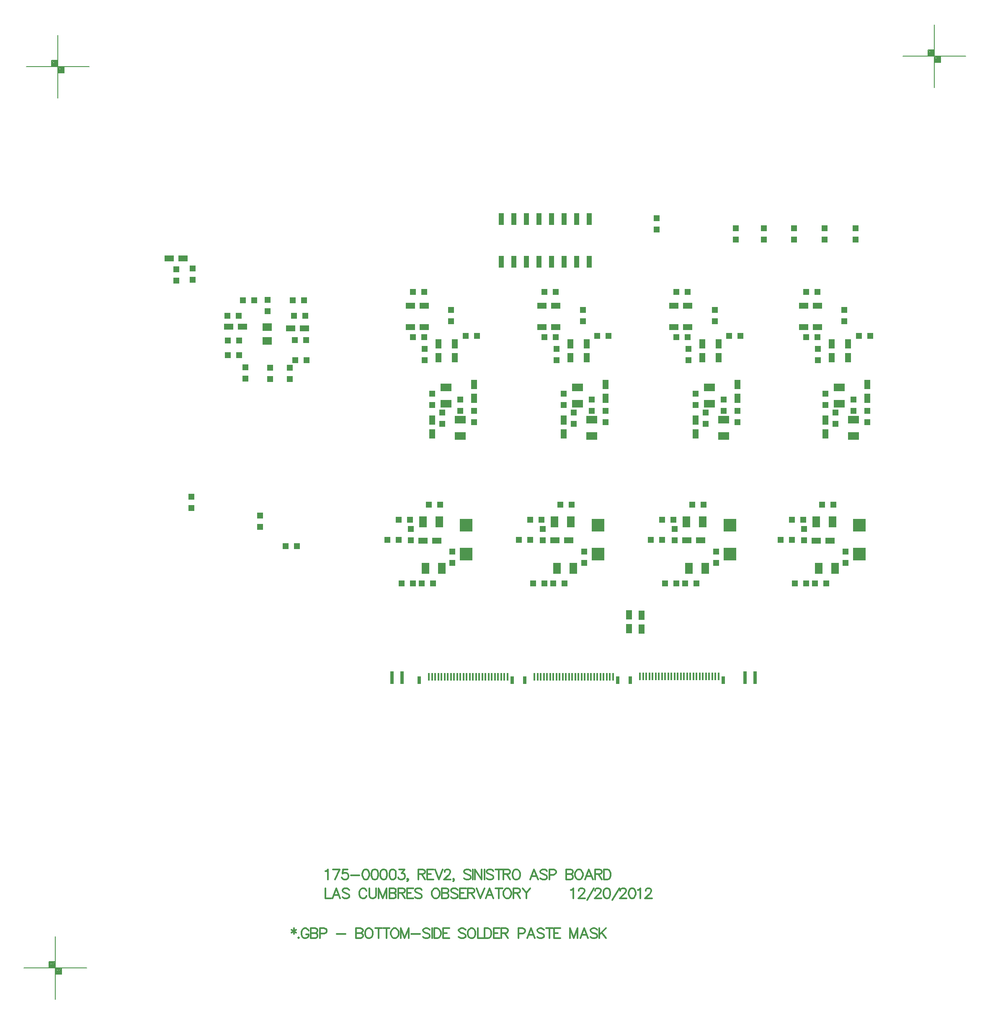
<source format=gbp>
%FSLAX23Y23*%
%MOIN*%
G70*
G01*
G75*
G04 Layer_Color=128*
%ADD10O,0.012X0.083*%
%ADD11O,0.083X0.012*%
%ADD12O,0.010X0.061*%
%ADD13O,0.061X0.010*%
%ADD14R,0.014X0.049*%
%ADD15R,0.024X0.087*%
%ADD16O,0.028X0.098*%
%ADD17R,0.036X0.028*%
%ADD18R,0.036X0.036*%
%ADD19R,0.050X0.050*%
%ADD20R,0.045X0.017*%
%ADD21R,0.031X0.060*%
%ADD22R,0.014X0.060*%
%ADD23R,0.030X0.100*%
%ADD24R,0.228X0.228*%
%ADD25O,0.008X0.033*%
%ADD26O,0.033X0.008*%
%ADD27O,0.098X0.028*%
%ADD28R,0.074X0.062*%
%ADD29R,0.016X0.061*%
%ADD30R,0.134X0.075*%
%ADD31R,0.048X0.078*%
%ADD32R,0.050X0.050*%
%ADD33R,0.062X0.074*%
%ADD34R,0.061X0.016*%
%ADD35R,0.100X0.100*%
%ADD36C,0.040*%
%ADD37C,0.010*%
%ADD38C,0.005*%
%ADD39C,0.025*%
%ADD40C,0.012*%
%ADD41R,1.181X0.787*%
%ADD42C,0.008*%
%ADD43C,0.012*%
%ADD44C,0.012*%
%ADD45C,0.060*%
%ADD46R,0.060X0.060*%
%ADD47R,0.060X0.060*%
%ADD48P,0.057X4X247.5*%
%ADD49C,0.026*%
%ADD50C,0.080*%
%ADD51C,0.020*%
%ADD52R,0.059X0.059*%
%ADD53C,0.059*%
%ADD54R,0.059X0.059*%
%ADD55C,0.024*%
%ADD56C,0.236*%
%ADD57C,0.050*%
%ADD58C,0.040*%
%ADD59C,0.100*%
%ADD60C,0.045*%
%ADD61C,0.033*%
%ADD62C,0.072*%
%ADD63C,0.030*%
%ADD64C,0.055*%
G04:AMPARAMS|DCode=65|XSize=95.433mil|YSize=95.433mil|CornerRadius=0mil|HoleSize=0mil|Usage=FLASHONLY|Rotation=0.000|XOffset=0mil|YOffset=0mil|HoleType=Round|Shape=Relief|Width=10mil|Gap=10mil|Entries=4|*
%AMTHD65*
7,0,0,0.095,0.075,0.010,45*
%
%ADD65THD65*%
G04:AMPARAMS|DCode=66|XSize=112mil|YSize=112mil|CornerRadius=0mil|HoleSize=0mil|Usage=FLASHONLY|Rotation=0.000|XOffset=0mil|YOffset=0mil|HoleType=Round|Shape=Relief|Width=10mil|Gap=10mil|Entries=4|*
%AMTHD66*
7,0,0,0.112,0.092,0.010,45*
%
%ADD66THD66*%
%ADD67C,0.138*%
G04:AMPARAMS|DCode=68|XSize=70mil|YSize=70mil|CornerRadius=0mil|HoleSize=0mil|Usage=FLASHONLY|Rotation=0.000|XOffset=0mil|YOffset=0mil|HoleType=Round|Shape=Relief|Width=10mil|Gap=10mil|Entries=4|*
%AMTHD68*
7,0,0,0.070,0.050,0.010,45*
%
%ADD68THD68*%
%ADD69C,0.030*%
G04:AMPARAMS|DCode=70|XSize=85mil|YSize=85mil|CornerRadius=0mil|HoleSize=0mil|Usage=FLASHONLY|Rotation=0.000|XOffset=0mil|YOffset=0mil|HoleType=Round|Shape=Relief|Width=10mil|Gap=10mil|Entries=4|*
%AMTHD70*
7,0,0,0.085,0.065,0.010,45*
%
%ADD70THD70*%
%ADD71R,0.044X0.096*%
%ADD72R,0.060X0.086*%
%ADD73R,0.075X0.063*%
%ADD74R,0.078X0.048*%
%ADD75R,0.086X0.060*%
%ADD76C,0.007*%
%ADD77R,1.181X0.787*%
%ADD78C,0.010*%
%ADD79C,0.024*%
%ADD80C,0.008*%
%ADD81C,0.004*%
%ADD82C,0.010*%
%ADD83C,0.006*%
%ADD84R,0.230X0.152*%
%ADD85R,0.074X0.062*%
%ADD86R,0.062X0.074*%
%ADD87R,1.181X0.787*%
%ADD88O,0.016X0.087*%
%ADD89O,0.087X0.016*%
%ADD90O,0.014X0.065*%
%ADD91O,0.065X0.014*%
%ADD92R,0.018X0.053*%
%ADD93R,0.028X0.091*%
%ADD94O,0.032X0.102*%
%ADD95R,0.040X0.032*%
%ADD96R,0.040X0.040*%
%ADD97R,0.054X0.054*%
%ADD98R,0.049X0.021*%
%ADD99R,0.232X0.232*%
%ADD100O,0.012X0.037*%
%ADD101O,0.037X0.012*%
%ADD102O,0.102X0.032*%
%ADD103R,0.078X0.066*%
%ADD104R,0.020X0.065*%
%ADD105R,0.138X0.079*%
%ADD106R,0.052X0.082*%
%ADD107R,0.054X0.054*%
%ADD108R,0.066X0.078*%
%ADD109R,0.065X0.020*%
%ADD110R,0.104X0.104*%
%ADD111C,0.120*%
%ADD112C,0.064*%
%ADD113R,0.064X0.064*%
%ADD114R,0.064X0.064*%
%ADD115P,0.062X4X247.5*%
%ADD116C,0.044*%
%ADD117C,0.030*%
%ADD118C,0.084*%
%ADD119R,0.063X0.063*%
%ADD120C,0.063*%
%ADD121R,0.063X0.063*%
%ADD122C,0.028*%
%ADD123C,0.240*%
%ADD124C,0.054*%
%ADD125R,1.505X0.288*%
%ADD126R,0.048X0.100*%
%ADD127R,0.064X0.090*%
%ADD128R,0.079X0.067*%
%ADD129R,0.082X0.052*%
%ADD130R,0.090X0.064*%
D19*
X15457Y14338D02*
D03*
Y14248D02*
D03*
X10954Y13227D02*
D03*
Y13137D02*
D03*
X10600Y13229D02*
D03*
Y13139D02*
D03*
X10797Y13228D02*
D03*
Y13138D02*
D03*
X10777Y13678D02*
D03*
Y13768D02*
D03*
X10171Y12109D02*
D03*
Y12199D02*
D03*
X10049Y14011D02*
D03*
Y13921D02*
D03*
X15439Y12884D02*
D03*
Y12974D02*
D03*
X12310Y12884D02*
D03*
Y12974D02*
D03*
X15549Y12884D02*
D03*
Y12794D02*
D03*
X12420Y12884D02*
D03*
Y12794D02*
D03*
X15367Y13687D02*
D03*
Y13597D02*
D03*
X12238Y13687D02*
D03*
Y13597D02*
D03*
X15157Y13287D02*
D03*
Y13377D02*
D03*
X12028Y13287D02*
D03*
Y13377D02*
D03*
X15215Y12929D02*
D03*
Y13019D02*
D03*
X12086Y12929D02*
D03*
Y13019D02*
D03*
X15295Y12869D02*
D03*
Y12779D02*
D03*
X12166Y12869D02*
D03*
Y12779D02*
D03*
X15047Y11855D02*
D03*
Y11945D02*
D03*
X15377Y11765D02*
D03*
Y11675D02*
D03*
X11918Y11855D02*
D03*
Y11945D02*
D03*
X12248Y11765D02*
D03*
Y11675D02*
D03*
X14408Y12974D02*
D03*
Y12884D02*
D03*
X13357Y12974D02*
D03*
Y12884D02*
D03*
X14518Y12794D02*
D03*
Y12884D02*
D03*
X13467Y12794D02*
D03*
Y12884D02*
D03*
X14336Y13597D02*
D03*
Y13687D02*
D03*
X13285Y13597D02*
D03*
Y13687D02*
D03*
X14126Y13377D02*
D03*
Y13287D02*
D03*
X13075Y13377D02*
D03*
Y13287D02*
D03*
X14184Y13019D02*
D03*
Y12929D02*
D03*
X13133Y13019D02*
D03*
Y12929D02*
D03*
X14264Y12779D02*
D03*
Y12869D02*
D03*
X13213Y12779D02*
D03*
Y12869D02*
D03*
X14016Y11945D02*
D03*
Y11855D02*
D03*
X12965Y11945D02*
D03*
Y11855D02*
D03*
X14346Y11675D02*
D03*
Y11765D02*
D03*
X13295Y11675D02*
D03*
Y11765D02*
D03*
X10716Y11961D02*
D03*
Y12051D02*
D03*
X10179Y13926D02*
D03*
Y14016D02*
D03*
X13872Y14416D02*
D03*
Y14326D02*
D03*
X14502Y14338D02*
D03*
Y14248D02*
D03*
X14965Y14338D02*
D03*
Y14248D02*
D03*
X14728Y14338D02*
D03*
Y14248D02*
D03*
X15211Y14338D02*
D03*
Y14248D02*
D03*
D21*
X13662Y10741D02*
D03*
X14402D02*
D03*
X13562D02*
D03*
X12822D02*
D03*
X12722D02*
D03*
X11982D02*
D03*
D22*
X12085Y10768D02*
D03*
X12110D02*
D03*
X12135D02*
D03*
X12160D02*
D03*
X12185D02*
D03*
X12210D02*
D03*
X12235D02*
D03*
X12260D02*
D03*
X12285D02*
D03*
X12310D02*
D03*
X12335D02*
D03*
X12360D02*
D03*
X12385D02*
D03*
X12410D02*
D03*
X12435D02*
D03*
X12460D02*
D03*
X12485D02*
D03*
X12510D02*
D03*
X12535D02*
D03*
X12560D02*
D03*
X12585D02*
D03*
X12610D02*
D03*
X12635D02*
D03*
X12660D02*
D03*
X12900D02*
D03*
X12925D02*
D03*
X12950D02*
D03*
X12975D02*
D03*
X13000D02*
D03*
X13025D02*
D03*
X13050D02*
D03*
X13075D02*
D03*
X13100D02*
D03*
X13125D02*
D03*
X13150D02*
D03*
X13175D02*
D03*
X13200D02*
D03*
X13225D02*
D03*
X13250D02*
D03*
X13275D02*
D03*
X13300D02*
D03*
X13325D02*
D03*
X13350D02*
D03*
X13375D02*
D03*
X13400D02*
D03*
X13425D02*
D03*
X13450D02*
D03*
X13475D02*
D03*
X13500D02*
D03*
X13525D02*
D03*
X13740Y10769D02*
D03*
X13765D02*
D03*
X13790D02*
D03*
X13815D02*
D03*
X13840D02*
D03*
X13865D02*
D03*
X13890D02*
D03*
X13915D02*
D03*
X13940D02*
D03*
X13965D02*
D03*
X13990D02*
D03*
X14015D02*
D03*
X14040D02*
D03*
X14065D02*
D03*
X14090D02*
D03*
X14115D02*
D03*
X14140D02*
D03*
X14165D02*
D03*
X14190D02*
D03*
X14215D02*
D03*
X14240D02*
D03*
X14265D02*
D03*
X14290D02*
D03*
X14315D02*
D03*
X14340D02*
D03*
X14365D02*
D03*
X12060Y10768D02*
D03*
X12685D02*
D03*
D23*
X11768Y10759D02*
D03*
X11847D02*
D03*
X14578Y10760D02*
D03*
X14657D02*
D03*
D31*
X13654Y11259D02*
D03*
Y11149D02*
D03*
X13752Y11148D02*
D03*
Y11258D02*
D03*
X15267Y13307D02*
D03*
Y13417D02*
D03*
X12138Y13307D02*
D03*
Y13417D02*
D03*
X15549Y12984D02*
D03*
Y13094D02*
D03*
X12420Y12984D02*
D03*
Y13094D02*
D03*
X15397Y13307D02*
D03*
Y13417D02*
D03*
X12268Y13307D02*
D03*
Y13417D02*
D03*
X15215Y12699D02*
D03*
Y12809D02*
D03*
X12086Y12699D02*
D03*
Y12809D02*
D03*
X14236Y13417D02*
D03*
Y13307D02*
D03*
X13185Y13417D02*
D03*
Y13307D02*
D03*
X14518Y13094D02*
D03*
Y12984D02*
D03*
X13467Y13094D02*
D03*
Y12984D02*
D03*
X14366Y13417D02*
D03*
Y13307D02*
D03*
X13315Y13417D02*
D03*
Y13307D02*
D03*
X14184Y12809D02*
D03*
Y12699D02*
D03*
X13133Y12809D02*
D03*
Y12699D02*
D03*
D32*
X11065Y13764D02*
D03*
X10975D02*
D03*
X10995Y13288D02*
D03*
X11085D02*
D03*
X10993Y13446D02*
D03*
X11083D02*
D03*
X10549Y13445D02*
D03*
X10459D02*
D03*
X10671Y13765D02*
D03*
X10581D02*
D03*
X10549Y13328D02*
D03*
X10459D02*
D03*
X10548Y13641D02*
D03*
X10458D02*
D03*
X10987Y13642D02*
D03*
X11077D02*
D03*
X15062Y13832D02*
D03*
X15152D02*
D03*
X11933D02*
D03*
X12023D02*
D03*
X15062Y13472D02*
D03*
X15152D02*
D03*
X11933D02*
D03*
X12023D02*
D03*
X15572Y13482D02*
D03*
X15482D02*
D03*
X12443D02*
D03*
X12353D02*
D03*
X14949Y11858D02*
D03*
X14859D02*
D03*
X14949Y12018D02*
D03*
X15039D02*
D03*
X14972Y11510D02*
D03*
X15062D02*
D03*
X15222D02*
D03*
X15132D02*
D03*
X15189Y12138D02*
D03*
X15279D02*
D03*
X12060D02*
D03*
X12150D02*
D03*
X11843Y11510D02*
D03*
X11933D02*
D03*
X12093D02*
D03*
X12003D02*
D03*
X11820Y11858D02*
D03*
X11730D02*
D03*
X11820Y12018D02*
D03*
X11910D02*
D03*
X14121Y13832D02*
D03*
X14031D02*
D03*
X13070D02*
D03*
X12980D02*
D03*
X14121Y13472D02*
D03*
X14031D02*
D03*
X13070D02*
D03*
X12980D02*
D03*
X14451Y13482D02*
D03*
X14541D02*
D03*
X13400D02*
D03*
X13490D02*
D03*
X13828Y11858D02*
D03*
X13918D02*
D03*
X12777D02*
D03*
X12867D02*
D03*
X14008Y12018D02*
D03*
X13918D02*
D03*
X12957D02*
D03*
X12867D02*
D03*
X14031Y11510D02*
D03*
X13941D02*
D03*
X12980D02*
D03*
X12890D02*
D03*
X14101D02*
D03*
X14191D02*
D03*
X13050D02*
D03*
X13140D02*
D03*
X14248Y12138D02*
D03*
X14158D02*
D03*
X13197D02*
D03*
X13107D02*
D03*
X11011Y11806D02*
D03*
X10921D02*
D03*
D35*
X13405Y11975D02*
D03*
Y11745D02*
D03*
X15487D02*
D03*
Y11975D02*
D03*
X12358Y11745D02*
D03*
Y11975D02*
D03*
X14456D02*
D03*
Y11745D02*
D03*
D42*
X8838Y8452D02*
X9338D01*
X9088Y8202D02*
Y8702D01*
X9038Y8452D02*
Y8502D01*
X9088D01*
X9138Y8402D02*
Y8452D01*
X9088Y8402D02*
X9138D01*
X9093Y8447D02*
X9133D01*
Y8407D02*
Y8447D01*
X9093Y8407D02*
X9133D01*
X9093D02*
Y8447D01*
X9098Y8442D02*
X9128D01*
Y8412D02*
Y8442D01*
X9098Y8412D02*
X9128D01*
X9098D02*
Y8437D01*
X9103D02*
X9123D01*
Y8417D02*
Y8437D01*
X9103Y8417D02*
X9123D01*
X9103D02*
Y8432D01*
X9108D02*
X9118D01*
Y8422D02*
Y8432D01*
X9108Y8422D02*
X9118D01*
X9108D02*
Y8432D01*
Y8427D02*
X9118D01*
X9043Y8497D02*
X9083D01*
Y8457D02*
Y8497D01*
X9043Y8457D02*
X9083D01*
X9043D02*
Y8497D01*
X9048Y8492D02*
X9078D01*
Y8462D02*
Y8492D01*
X9048Y8462D02*
X9078D01*
X9048D02*
Y8487D01*
X9053D02*
X9073D01*
Y8467D02*
Y8487D01*
X9053Y8467D02*
X9073D01*
X9053D02*
Y8482D01*
X9058D02*
X9068D01*
Y8472D02*
Y8482D01*
X9058Y8472D02*
X9068D01*
X9058D02*
Y8482D01*
Y8477D02*
X9068D01*
X8855Y15624D02*
X9355D01*
X9105Y15374D02*
Y15874D01*
X9055Y15624D02*
Y15674D01*
X9105D01*
X9155Y15574D02*
Y15624D01*
X9105Y15574D02*
X9155D01*
X9110Y15619D02*
X9150D01*
Y15579D02*
Y15619D01*
X9110Y15579D02*
X9150D01*
X9110D02*
Y15619D01*
X9115Y15614D02*
X9145D01*
Y15584D02*
Y15614D01*
X9115Y15584D02*
X9145D01*
X9115D02*
Y15609D01*
X9120D02*
X9140D01*
Y15589D02*
Y15609D01*
X9120Y15589D02*
X9140D01*
X9120D02*
Y15604D01*
X9125D02*
X9135D01*
Y15594D02*
Y15604D01*
X9125Y15594D02*
X9135D01*
X9125D02*
Y15604D01*
Y15599D02*
X9135D01*
X9060Y15669D02*
X9100D01*
Y15629D02*
Y15669D01*
X9060Y15629D02*
X9100D01*
X9060D02*
Y15669D01*
X9065Y15664D02*
X9095D01*
Y15634D02*
Y15664D01*
X9065Y15634D02*
X9095D01*
X9065D02*
Y15659D01*
X9070D02*
X9090D01*
Y15639D02*
Y15659D01*
X9070Y15639D02*
X9090D01*
X9070D02*
Y15654D01*
X9075D02*
X9085D01*
Y15644D02*
Y15654D01*
X9075Y15644D02*
X9085D01*
X9075D02*
Y15654D01*
Y15649D02*
X9085D01*
X15834Y15707D02*
X16334D01*
X16084Y15457D02*
Y15957D01*
X16034Y15707D02*
Y15757D01*
X16084D01*
X16134Y15657D02*
Y15707D01*
X16084Y15657D02*
X16134D01*
X16089Y15702D02*
X16129D01*
Y15662D02*
Y15702D01*
X16089Y15662D02*
X16129D01*
X16089D02*
Y15702D01*
X16094Y15697D02*
X16124D01*
Y15667D02*
Y15697D01*
X16094Y15667D02*
X16124D01*
X16094D02*
Y15692D01*
X16099D02*
X16119D01*
Y15672D02*
Y15692D01*
X16099Y15672D02*
X16119D01*
X16099D02*
Y15687D01*
X16104D02*
X16114D01*
Y15677D02*
Y15687D01*
X16104Y15677D02*
X16114D01*
X16104D02*
Y15687D01*
Y15682D02*
X16114D01*
X16039Y15752D02*
X16079D01*
Y15712D02*
Y15752D01*
X16039Y15712D02*
X16079D01*
X16039D02*
Y15752D01*
X16044Y15747D02*
X16074D01*
Y15717D02*
Y15747D01*
X16044Y15717D02*
X16074D01*
X16044D02*
Y15742D01*
X16049D02*
X16069D01*
Y15722D02*
Y15742D01*
X16049Y15722D02*
X16069D01*
X16049D02*
Y15737D01*
X16054D02*
X16064D01*
Y15727D02*
Y15737D01*
X16054Y15727D02*
X16064D01*
X16054D02*
Y15737D01*
Y15732D02*
X16064D01*
D43*
X10985Y8766D02*
Y8721D01*
X10966Y8755D02*
X11004Y8732D01*
Y8755D02*
X10966Y8732D01*
X11024Y8694D02*
X11021Y8690D01*
X11024Y8686D01*
X11028Y8690D01*
X11024Y8694D01*
X11103Y8747D02*
X11099Y8755D01*
X11091Y8762D01*
X11084Y8766D01*
X11069D01*
X11061Y8762D01*
X11053Y8755D01*
X11050Y8747D01*
X11046Y8736D01*
Y8717D01*
X11050Y8705D01*
X11053Y8698D01*
X11061Y8690D01*
X11069Y8686D01*
X11084D01*
X11091Y8690D01*
X11099Y8698D01*
X11103Y8705D01*
Y8717D01*
X11084D02*
X11103D01*
X11121Y8766D02*
Y8686D01*
Y8766D02*
X11155D01*
X11167Y8762D01*
X11171Y8759D01*
X11174Y8751D01*
Y8743D01*
X11171Y8736D01*
X11167Y8732D01*
X11155Y8728D01*
X11121D02*
X11155D01*
X11167Y8724D01*
X11171Y8721D01*
X11174Y8713D01*
Y8702D01*
X11171Y8694D01*
X11167Y8690D01*
X11155Y8686D01*
X11121D01*
X11192Y8724D02*
X11227D01*
X11238Y8728D01*
X11242Y8732D01*
X11246Y8740D01*
Y8751D01*
X11242Y8759D01*
X11238Y8762D01*
X11227Y8766D01*
X11192D01*
Y8686D01*
X11326Y8721D02*
X11395D01*
X11481Y8766D02*
Y8686D01*
Y8766D02*
X11516D01*
X11527Y8762D01*
X11531Y8759D01*
X11535Y8751D01*
Y8743D01*
X11531Y8736D01*
X11527Y8732D01*
X11516Y8728D01*
X11481D02*
X11516D01*
X11527Y8724D01*
X11531Y8721D01*
X11535Y8713D01*
Y8702D01*
X11531Y8694D01*
X11527Y8690D01*
X11516Y8686D01*
X11481D01*
X11576Y8766D02*
X11568Y8762D01*
X11560Y8755D01*
X11556Y8747D01*
X11553Y8736D01*
Y8717D01*
X11556Y8705D01*
X11560Y8698D01*
X11568Y8690D01*
X11576Y8686D01*
X11591D01*
X11598Y8690D01*
X11606Y8698D01*
X11610Y8705D01*
X11614Y8717D01*
Y8736D01*
X11610Y8747D01*
X11606Y8755D01*
X11598Y8762D01*
X11591Y8766D01*
X11576D01*
X11659D02*
Y8686D01*
X11632Y8766D02*
X11686D01*
X11722D02*
Y8686D01*
X11695Y8766D02*
X11748D01*
X11781D02*
X11773Y8762D01*
X11766Y8755D01*
X11762Y8747D01*
X11758Y8736D01*
Y8717D01*
X11762Y8705D01*
X11766Y8698D01*
X11773Y8690D01*
X11781Y8686D01*
X11796D01*
X11804Y8690D01*
X11811Y8698D01*
X11815Y8705D01*
X11819Y8717D01*
Y8736D01*
X11815Y8747D01*
X11811Y8755D01*
X11804Y8762D01*
X11796Y8766D01*
X11781D01*
X11838D02*
Y8686D01*
Y8766D02*
X11868Y8686D01*
X11899Y8766D02*
X11868Y8686D01*
X11899Y8766D02*
Y8686D01*
X11921Y8721D02*
X11990D01*
X12067Y8755D02*
X12059Y8762D01*
X12048Y8766D01*
X12033D01*
X12021Y8762D01*
X12014Y8755D01*
Y8747D01*
X12017Y8740D01*
X12021Y8736D01*
X12029Y8732D01*
X12052Y8724D01*
X12059Y8721D01*
X12063Y8717D01*
X12067Y8709D01*
Y8698D01*
X12059Y8690D01*
X12048Y8686D01*
X12033D01*
X12021Y8690D01*
X12014Y8698D01*
X12085Y8766D02*
Y8686D01*
X12102Y8766D02*
Y8686D01*
Y8766D02*
X12128D01*
X12140Y8762D01*
X12147Y8755D01*
X12151Y8747D01*
X12155Y8736D01*
Y8717D01*
X12151Y8705D01*
X12147Y8698D01*
X12140Y8690D01*
X12128Y8686D01*
X12102D01*
X12222Y8766D02*
X12173D01*
Y8686D01*
X12222D01*
X12173Y8728D02*
X12203D01*
X12352Y8755D02*
X12344Y8762D01*
X12333Y8766D01*
X12317D01*
X12306Y8762D01*
X12298Y8755D01*
Y8747D01*
X12302Y8740D01*
X12306Y8736D01*
X12314Y8732D01*
X12337Y8724D01*
X12344Y8721D01*
X12348Y8717D01*
X12352Y8709D01*
Y8698D01*
X12344Y8690D01*
X12333Y8686D01*
X12317D01*
X12306Y8690D01*
X12298Y8698D01*
X12392Y8766D02*
X12385Y8762D01*
X12377Y8755D01*
X12373Y8747D01*
X12370Y8736D01*
Y8717D01*
X12373Y8705D01*
X12377Y8698D01*
X12385Y8690D01*
X12392Y8686D01*
X12408D01*
X12415Y8690D01*
X12423Y8698D01*
X12427Y8705D01*
X12431Y8717D01*
Y8736D01*
X12427Y8747D01*
X12423Y8755D01*
X12415Y8762D01*
X12408Y8766D01*
X12392D01*
X12449D02*
Y8686D01*
X12495D01*
X12504Y8766D02*
Y8686D01*
Y8766D02*
X12530D01*
X12542Y8762D01*
X12549Y8755D01*
X12553Y8747D01*
X12557Y8736D01*
Y8717D01*
X12553Y8705D01*
X12549Y8698D01*
X12542Y8690D01*
X12530Y8686D01*
X12504D01*
X12624Y8766D02*
X12575D01*
Y8686D01*
X12624D01*
X12575Y8728D02*
X12605D01*
X12638Y8766D02*
Y8686D01*
Y8766D02*
X12672D01*
X12683Y8762D01*
X12687Y8759D01*
X12691Y8751D01*
Y8743D01*
X12687Y8736D01*
X12683Y8732D01*
X12672Y8728D01*
X12638D01*
X12664D02*
X12691Y8686D01*
X12772Y8724D02*
X12806D01*
X12818Y8728D01*
X12821Y8732D01*
X12825Y8740D01*
Y8751D01*
X12821Y8759D01*
X12818Y8762D01*
X12806Y8766D01*
X12772D01*
Y8686D01*
X12904D02*
X12874Y8766D01*
X12843Y8686D01*
X12854Y8713D02*
X12893D01*
X12976Y8755D02*
X12968Y8762D01*
X12957Y8766D01*
X12942D01*
X12930Y8762D01*
X12923Y8755D01*
Y8747D01*
X12926Y8740D01*
X12930Y8736D01*
X12938Y8732D01*
X12961Y8724D01*
X12968Y8721D01*
X12972Y8717D01*
X12976Y8709D01*
Y8698D01*
X12968Y8690D01*
X12957Y8686D01*
X12942D01*
X12930Y8690D01*
X12923Y8698D01*
X13021Y8766D02*
Y8686D01*
X12994Y8766D02*
X13047D01*
X13106D02*
X13057D01*
Y8686D01*
X13106D01*
X13057Y8728D02*
X13087D01*
X13182Y8766D02*
Y8686D01*
Y8766D02*
X13213Y8686D01*
X13243Y8766D02*
X13213Y8686D01*
X13243Y8766D02*
Y8686D01*
X13327D02*
X13297Y8766D01*
X13266Y8686D01*
X13278Y8713D02*
X13316D01*
X13399Y8755D02*
X13392Y8762D01*
X13380Y8766D01*
X13365D01*
X13353Y8762D01*
X13346Y8755D01*
Y8747D01*
X13350Y8740D01*
X13353Y8736D01*
X13361Y8732D01*
X13384Y8724D01*
X13392Y8721D01*
X13395Y8717D01*
X13399Y8709D01*
Y8698D01*
X13392Y8690D01*
X13380Y8686D01*
X13365D01*
X13353Y8690D01*
X13346Y8698D01*
X13417Y8766D02*
Y8686D01*
X13470Y8766D02*
X13417Y8713D01*
X13436Y8732D02*
X13470Y8686D01*
X11238Y9219D02*
X11246Y9222D01*
X11257Y9234D01*
Y9154D01*
X11350Y9234D02*
X11312Y9154D01*
X11297Y9234D02*
X11350D01*
X11414D02*
X11376D01*
X11372Y9200D01*
X11376Y9203D01*
X11387Y9207D01*
X11399D01*
X11410Y9203D01*
X11418Y9196D01*
X11421Y9184D01*
Y9177D01*
X11418Y9165D01*
X11410Y9158D01*
X11399Y9154D01*
X11387D01*
X11376Y9158D01*
X11372Y9161D01*
X11368Y9169D01*
X11439Y9188D02*
X11508D01*
X11554Y9234D02*
X11543Y9230D01*
X11535Y9219D01*
X11531Y9200D01*
Y9188D01*
X11535Y9169D01*
X11543Y9158D01*
X11554Y9154D01*
X11562D01*
X11573Y9158D01*
X11581Y9169D01*
X11585Y9188D01*
Y9200D01*
X11581Y9219D01*
X11573Y9230D01*
X11562Y9234D01*
X11554D01*
X11626D02*
X11614Y9230D01*
X11606Y9219D01*
X11603Y9200D01*
Y9188D01*
X11606Y9169D01*
X11614Y9158D01*
X11626Y9154D01*
X11633D01*
X11645Y9158D01*
X11652Y9169D01*
X11656Y9188D01*
Y9200D01*
X11652Y9219D01*
X11645Y9230D01*
X11633Y9234D01*
X11626D01*
X11697D02*
X11685Y9230D01*
X11678Y9219D01*
X11674Y9200D01*
Y9188D01*
X11678Y9169D01*
X11685Y9158D01*
X11697Y9154D01*
X11704D01*
X11716Y9158D01*
X11723Y9169D01*
X11727Y9188D01*
Y9200D01*
X11723Y9219D01*
X11716Y9230D01*
X11704Y9234D01*
X11697D01*
X11768D02*
X11757Y9230D01*
X11749Y9219D01*
X11745Y9200D01*
Y9188D01*
X11749Y9169D01*
X11757Y9158D01*
X11768Y9154D01*
X11776D01*
X11787Y9158D01*
X11795Y9169D01*
X11798Y9188D01*
Y9200D01*
X11795Y9219D01*
X11787Y9230D01*
X11776Y9234D01*
X11768D01*
X11824D02*
X11866D01*
X11843Y9203D01*
X11854D01*
X11862Y9200D01*
X11866Y9196D01*
X11870Y9184D01*
Y9177D01*
X11866Y9165D01*
X11858Y9158D01*
X11847Y9154D01*
X11835D01*
X11824Y9158D01*
X11820Y9161D01*
X11816Y9169D01*
X11895Y9158D02*
X11891Y9154D01*
X11888Y9158D01*
X11891Y9161D01*
X11895Y9158D01*
Y9150D01*
X11891Y9142D01*
X11888Y9139D01*
X11976Y9234D02*
Y9154D01*
Y9234D02*
X12010D01*
X12021Y9230D01*
X12025Y9226D01*
X12029Y9219D01*
Y9211D01*
X12025Y9203D01*
X12021Y9200D01*
X12010Y9196D01*
X11976D01*
X12002D02*
X12029Y9154D01*
X12096Y9234D02*
X12047D01*
Y9154D01*
X12096D01*
X12047Y9196D02*
X12077D01*
X12110Y9234D02*
X12140Y9154D01*
X12171Y9234D02*
X12140Y9154D01*
X12185Y9215D02*
Y9219D01*
X12188Y9226D01*
X12192Y9230D01*
X12200Y9234D01*
X12215D01*
X12223Y9230D01*
X12227Y9226D01*
X12230Y9219D01*
Y9211D01*
X12227Y9203D01*
X12219Y9192D01*
X12181Y9154D01*
X12234D01*
X12260Y9158D02*
X12256Y9154D01*
X12252Y9158D01*
X12256Y9161D01*
X12260Y9158D01*
Y9150D01*
X12256Y9142D01*
X12252Y9139D01*
X12393Y9222D02*
X12386Y9230D01*
X12374Y9234D01*
X12359D01*
X12348Y9230D01*
X12340Y9222D01*
Y9215D01*
X12344Y9207D01*
X12348Y9203D01*
X12355Y9200D01*
X12378Y9192D01*
X12386Y9188D01*
X12390Y9184D01*
X12393Y9177D01*
Y9165D01*
X12386Y9158D01*
X12374Y9154D01*
X12359D01*
X12348Y9158D01*
X12340Y9165D01*
X12411Y9234D02*
Y9154D01*
X12428Y9234D02*
Y9154D01*
Y9234D02*
X12481Y9154D01*
Y9234D02*
Y9154D01*
X12503Y9234D02*
Y9154D01*
X12574Y9222D02*
X12566Y9230D01*
X12554Y9234D01*
X12539D01*
X12528Y9230D01*
X12520Y9222D01*
Y9215D01*
X12524Y9207D01*
X12528Y9203D01*
X12535Y9200D01*
X12558Y9192D01*
X12566Y9188D01*
X12570Y9184D01*
X12574Y9177D01*
Y9165D01*
X12566Y9158D01*
X12554Y9154D01*
X12539D01*
X12528Y9158D01*
X12520Y9165D01*
X12618Y9234D02*
Y9154D01*
X12591Y9234D02*
X12645D01*
X12654D02*
Y9154D01*
Y9234D02*
X12689D01*
X12700Y9230D01*
X12704Y9226D01*
X12708Y9219D01*
Y9211D01*
X12704Y9203D01*
X12700Y9200D01*
X12689Y9196D01*
X12654D01*
X12681D02*
X12708Y9154D01*
X12748Y9234D02*
X12741Y9230D01*
X12733Y9222D01*
X12729Y9215D01*
X12725Y9203D01*
Y9184D01*
X12729Y9173D01*
X12733Y9165D01*
X12741Y9158D01*
X12748Y9154D01*
X12764D01*
X12771Y9158D01*
X12779Y9165D01*
X12783Y9173D01*
X12786Y9184D01*
Y9203D01*
X12783Y9215D01*
X12779Y9222D01*
X12771Y9230D01*
X12764Y9234D01*
X12748D01*
X12929Y9154D02*
X12898Y9234D01*
X12868Y9154D01*
X12879Y9181D02*
X12917D01*
X13001Y9222D02*
X12993Y9230D01*
X12982Y9234D01*
X12967D01*
X12955Y9230D01*
X12948Y9222D01*
Y9215D01*
X12951Y9207D01*
X12955Y9203D01*
X12963Y9200D01*
X12986Y9192D01*
X12993Y9188D01*
X12997Y9184D01*
X13001Y9177D01*
Y9165D01*
X12993Y9158D01*
X12982Y9154D01*
X12967D01*
X12955Y9158D01*
X12948Y9165D01*
X13019Y9192D02*
X13053D01*
X13064Y9196D01*
X13068Y9200D01*
X13072Y9207D01*
Y9219D01*
X13068Y9226D01*
X13064Y9230D01*
X13053Y9234D01*
X13019D01*
Y9154D01*
X13153Y9234D02*
Y9154D01*
Y9234D02*
X13187D01*
X13199Y9230D01*
X13202Y9226D01*
X13206Y9219D01*
Y9211D01*
X13202Y9203D01*
X13199Y9200D01*
X13187Y9196D01*
X13153D02*
X13187D01*
X13199Y9192D01*
X13202Y9188D01*
X13206Y9181D01*
Y9169D01*
X13202Y9161D01*
X13199Y9158D01*
X13187Y9154D01*
X13153D01*
X13247Y9234D02*
X13239Y9230D01*
X13232Y9222D01*
X13228Y9215D01*
X13224Y9203D01*
Y9184D01*
X13228Y9173D01*
X13232Y9165D01*
X13239Y9158D01*
X13247Y9154D01*
X13262D01*
X13270Y9158D01*
X13277Y9165D01*
X13281Y9173D01*
X13285Y9184D01*
Y9203D01*
X13281Y9215D01*
X13277Y9222D01*
X13270Y9230D01*
X13262Y9234D01*
X13247D01*
X13365Y9154D02*
X13334Y9234D01*
X13304Y9154D01*
X13315Y9181D02*
X13353D01*
X13383Y9234D02*
Y9154D01*
Y9234D02*
X13418D01*
X13429Y9230D01*
X13433Y9226D01*
X13437Y9219D01*
Y9211D01*
X13433Y9203D01*
X13429Y9200D01*
X13418Y9196D01*
X13383D01*
X13410D02*
X13437Y9154D01*
X13454Y9234D02*
Y9154D01*
Y9234D02*
X13481D01*
X13493Y9230D01*
X13500Y9222D01*
X13504Y9215D01*
X13508Y9203D01*
Y9184D01*
X13504Y9173D01*
X13500Y9165D01*
X13493Y9158D01*
X13481Y9154D01*
X13454D01*
D44*
X11238Y9084D02*
Y9004D01*
X11284D01*
X11354D02*
X11323Y9084D01*
X11293Y9004D01*
X11304Y9031D02*
X11342D01*
X11426Y9072D02*
X11418Y9080D01*
X11407Y9084D01*
X11391D01*
X11380Y9080D01*
X11372Y9072D01*
Y9065D01*
X11376Y9057D01*
X11380Y9053D01*
X11387Y9050D01*
X11410Y9042D01*
X11418Y9038D01*
X11422Y9034D01*
X11426Y9027D01*
Y9015D01*
X11418Y9008D01*
X11407Y9004D01*
X11391D01*
X11380Y9008D01*
X11372Y9015D01*
X11563Y9065D02*
X11560Y9072D01*
X11552Y9080D01*
X11544Y9084D01*
X11529D01*
X11522Y9080D01*
X11514Y9072D01*
X11510Y9065D01*
X11506Y9053D01*
Y9034D01*
X11510Y9023D01*
X11514Y9015D01*
X11522Y9008D01*
X11529Y9004D01*
X11544D01*
X11552Y9008D01*
X11560Y9015D01*
X11563Y9023D01*
X11586Y9084D02*
Y9027D01*
X11590Y9015D01*
X11597Y9008D01*
X11609Y9004D01*
X11616D01*
X11628Y9008D01*
X11635Y9015D01*
X11639Y9027D01*
Y9084D01*
X11661D02*
Y9004D01*
Y9084D02*
X11692Y9004D01*
X11722Y9084D02*
X11692Y9004D01*
X11722Y9084D02*
Y9004D01*
X11745Y9084D02*
Y9004D01*
Y9084D02*
X11779D01*
X11791Y9080D01*
X11795Y9076D01*
X11798Y9069D01*
Y9061D01*
X11795Y9053D01*
X11791Y9050D01*
X11779Y9046D01*
X11745D02*
X11779D01*
X11791Y9042D01*
X11795Y9038D01*
X11798Y9031D01*
Y9019D01*
X11795Y9011D01*
X11791Y9008D01*
X11779Y9004D01*
X11745D01*
X11816Y9084D02*
Y9004D01*
Y9084D02*
X11851D01*
X11862Y9080D01*
X11866Y9076D01*
X11870Y9069D01*
Y9061D01*
X11866Y9053D01*
X11862Y9050D01*
X11851Y9046D01*
X11816D01*
X11843D02*
X11870Y9004D01*
X11937Y9084D02*
X11888D01*
Y9004D01*
X11937D01*
X11888Y9046D02*
X11918D01*
X12004Y9072D02*
X11996Y9080D01*
X11985Y9084D01*
X11969D01*
X11958Y9080D01*
X11950Y9072D01*
Y9065D01*
X11954Y9057D01*
X11958Y9053D01*
X11966Y9050D01*
X11988Y9042D01*
X11996Y9038D01*
X12000Y9034D01*
X12004Y9027D01*
Y9015D01*
X11996Y9008D01*
X11985Y9004D01*
X11969D01*
X11958Y9008D01*
X11950Y9015D01*
X12107Y9084D02*
X12100Y9080D01*
X12092Y9072D01*
X12088Y9065D01*
X12084Y9053D01*
Y9034D01*
X12088Y9023D01*
X12092Y9015D01*
X12100Y9008D01*
X12107Y9004D01*
X12123D01*
X12130Y9008D01*
X12138Y9015D01*
X12142Y9023D01*
X12145Y9034D01*
Y9053D01*
X12142Y9065D01*
X12138Y9072D01*
X12130Y9080D01*
X12123Y9084D01*
X12107D01*
X12164D02*
Y9004D01*
Y9084D02*
X12198D01*
X12210Y9080D01*
X12214Y9076D01*
X12217Y9069D01*
Y9061D01*
X12214Y9053D01*
X12210Y9050D01*
X12198Y9046D01*
X12164D02*
X12198D01*
X12210Y9042D01*
X12214Y9038D01*
X12217Y9031D01*
Y9019D01*
X12214Y9011D01*
X12210Y9008D01*
X12198Y9004D01*
X12164D01*
X12289Y9072D02*
X12281Y9080D01*
X12270Y9084D01*
X12254D01*
X12243Y9080D01*
X12235Y9072D01*
Y9065D01*
X12239Y9057D01*
X12243Y9053D01*
X12251Y9050D01*
X12273Y9042D01*
X12281Y9038D01*
X12285Y9034D01*
X12289Y9027D01*
Y9015D01*
X12281Y9008D01*
X12270Y9004D01*
X12254D01*
X12243Y9008D01*
X12235Y9015D01*
X12356Y9084D02*
X12307D01*
Y9004D01*
X12356D01*
X12307Y9046D02*
X12337D01*
X12369Y9084D02*
Y9004D01*
Y9084D02*
X12404D01*
X12415Y9080D01*
X12419Y9076D01*
X12423Y9069D01*
Y9061D01*
X12419Y9053D01*
X12415Y9050D01*
X12404Y9046D01*
X12369D01*
X12396D02*
X12423Y9004D01*
X12441Y9084D02*
X12471Y9004D01*
X12502Y9084D02*
X12471Y9004D01*
X12573D02*
X12542Y9084D01*
X12512Y9004D01*
X12523Y9031D02*
X12561D01*
X12618Y9084D02*
Y9004D01*
X12591Y9084D02*
X12645D01*
X12677D02*
X12669Y9080D01*
X12662Y9072D01*
X12658Y9065D01*
X12654Y9053D01*
Y9034D01*
X12658Y9023D01*
X12662Y9015D01*
X12669Y9008D01*
X12677Y9004D01*
X12692D01*
X12700Y9008D01*
X12708Y9015D01*
X12711Y9023D01*
X12715Y9034D01*
Y9053D01*
X12711Y9065D01*
X12708Y9072D01*
X12700Y9080D01*
X12692Y9084D01*
X12677D01*
X12734D02*
Y9004D01*
Y9084D02*
X12768D01*
X12780Y9080D01*
X12783Y9076D01*
X12787Y9069D01*
Y9061D01*
X12783Y9053D01*
X12780Y9050D01*
X12768Y9046D01*
X12734D01*
X12761D02*
X12787Y9004D01*
X12805Y9084D02*
X12836Y9046D01*
Y9004D01*
X12866Y9084D02*
X12836Y9046D01*
X13191Y9069D02*
X13198Y9072D01*
X13210Y9084D01*
Y9004D01*
X13253Y9065D02*
Y9069D01*
X13257Y9076D01*
X13261Y9080D01*
X13268Y9084D01*
X13283D01*
X13291Y9080D01*
X13295Y9076D01*
X13299Y9069D01*
Y9061D01*
X13295Y9053D01*
X13287Y9042D01*
X13249Y9004D01*
X13302D01*
X13320Y8992D02*
X13374Y9084D01*
X13383Y9065D02*
Y9069D01*
X13387Y9076D01*
X13390Y9080D01*
X13398Y9084D01*
X13413D01*
X13421Y9080D01*
X13425Y9076D01*
X13429Y9069D01*
Y9061D01*
X13425Y9053D01*
X13417Y9042D01*
X13379Y9004D01*
X13432D01*
X13473Y9084D02*
X13462Y9080D01*
X13454Y9069D01*
X13450Y9050D01*
Y9038D01*
X13454Y9019D01*
X13462Y9008D01*
X13473Y9004D01*
X13481D01*
X13492Y9008D01*
X13500Y9019D01*
X13504Y9038D01*
Y9050D01*
X13500Y9069D01*
X13492Y9080D01*
X13481Y9084D01*
X13473D01*
X13521Y8992D02*
X13575Y9084D01*
X13584Y9065D02*
Y9069D01*
X13588Y9076D01*
X13592Y9080D01*
X13599Y9084D01*
X13614D01*
X13622Y9080D01*
X13626Y9076D01*
X13630Y9069D01*
Y9061D01*
X13626Y9053D01*
X13618Y9042D01*
X13580Y9004D01*
X13633D01*
X13674Y9084D02*
X13663Y9080D01*
X13655Y9069D01*
X13651Y9050D01*
Y9038D01*
X13655Y9019D01*
X13663Y9008D01*
X13674Y9004D01*
X13682D01*
X13693Y9008D01*
X13701Y9019D01*
X13705Y9038D01*
Y9050D01*
X13701Y9069D01*
X13693Y9080D01*
X13682Y9084D01*
X13674D01*
X13723Y9069D02*
X13730Y9072D01*
X13742Y9084D01*
Y9004D01*
X13785Y9065D02*
Y9069D01*
X13789Y9076D01*
X13793Y9080D01*
X13800Y9084D01*
X13816D01*
X13823Y9080D01*
X13827Y9076D01*
X13831Y9069D01*
Y9061D01*
X13827Y9053D01*
X13819Y9042D01*
X13781Y9004D01*
X13835D01*
D71*
X12637Y14070D02*
D03*
X13337D02*
D03*
X13237D02*
D03*
X13137D02*
D03*
X13037D02*
D03*
X12937D02*
D03*
X12837D02*
D03*
X12737D02*
D03*
X13337Y14409D02*
D03*
X13237D02*
D03*
X13137D02*
D03*
X13037D02*
D03*
X12937D02*
D03*
X12837D02*
D03*
X12737D02*
D03*
X12637D02*
D03*
D72*
X13210Y11630D02*
D03*
X13080D02*
D03*
X15272Y12000D02*
D03*
X15142D02*
D03*
X15162Y11630D02*
D03*
X15292D02*
D03*
X12143Y12000D02*
D03*
X12013D02*
D03*
X12033Y11630D02*
D03*
X12163D02*
D03*
X14111Y12000D02*
D03*
X14241D02*
D03*
X13060D02*
D03*
X13190D02*
D03*
X14261Y11630D02*
D03*
X14131D02*
D03*
D73*
X10772Y13550D02*
D03*
Y13440D02*
D03*
D74*
X10576Y13553D02*
D03*
X10466D02*
D03*
X10959Y13540D02*
D03*
X11069D02*
D03*
X10102Y14096D02*
D03*
X9992D02*
D03*
X15042Y13722D02*
D03*
X15152D02*
D03*
X11913D02*
D03*
X12023D02*
D03*
X15042Y13552D02*
D03*
X15152D02*
D03*
X11913D02*
D03*
X12023D02*
D03*
X15142Y11850D02*
D03*
X15252D02*
D03*
X12013D02*
D03*
X12123D02*
D03*
X14121Y13722D02*
D03*
X14011D02*
D03*
X13070D02*
D03*
X12960D02*
D03*
X14121Y13552D02*
D03*
X14011D02*
D03*
X13070D02*
D03*
X12960D02*
D03*
X14224Y11854D02*
D03*
X14114D02*
D03*
X13173D02*
D03*
X13063D02*
D03*
D75*
X15439Y12814D02*
D03*
Y12684D02*
D03*
X12310Y12814D02*
D03*
Y12684D02*
D03*
X15325Y12939D02*
D03*
Y13069D02*
D03*
X12196Y12939D02*
D03*
Y13069D02*
D03*
X14408Y12684D02*
D03*
Y12814D02*
D03*
X13357Y12684D02*
D03*
Y12814D02*
D03*
X14294Y13069D02*
D03*
Y12939D02*
D03*
X13243Y13069D02*
D03*
Y12939D02*
D03*
M02*

</source>
